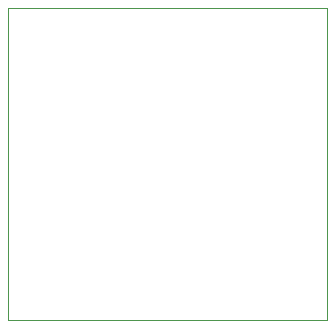
<source format=gm1>
G04 #@! TF.GenerationSoftware,KiCad,Pcbnew,8.0.1*
G04 #@! TF.CreationDate,2024-04-21T16:22:43+01:00*
G04 #@! TF.ProjectId,lora_adapter,6c6f7261-5f61-4646-9170-7465722e6b69,rev?*
G04 #@! TF.SameCoordinates,Original*
G04 #@! TF.FileFunction,Profile,NP*
%FSLAX46Y46*%
G04 Gerber Fmt 4.6, Leading zero omitted, Abs format (unit mm)*
G04 Created by KiCad (PCBNEW 8.0.1) date 2024-04-21 16:22:43*
%MOMM*%
%LPD*%
G01*
G04 APERTURE LIST*
G04 #@! TA.AperFunction,Profile*
%ADD10C,0.050000*%
G04 #@! TD*
G04 APERTURE END LIST*
D10*
X66548000Y-82321400D02*
X93548200Y-82321400D01*
X93548200Y-108712000D01*
X66548000Y-108712000D01*
X66548000Y-82321400D01*
M02*

</source>
